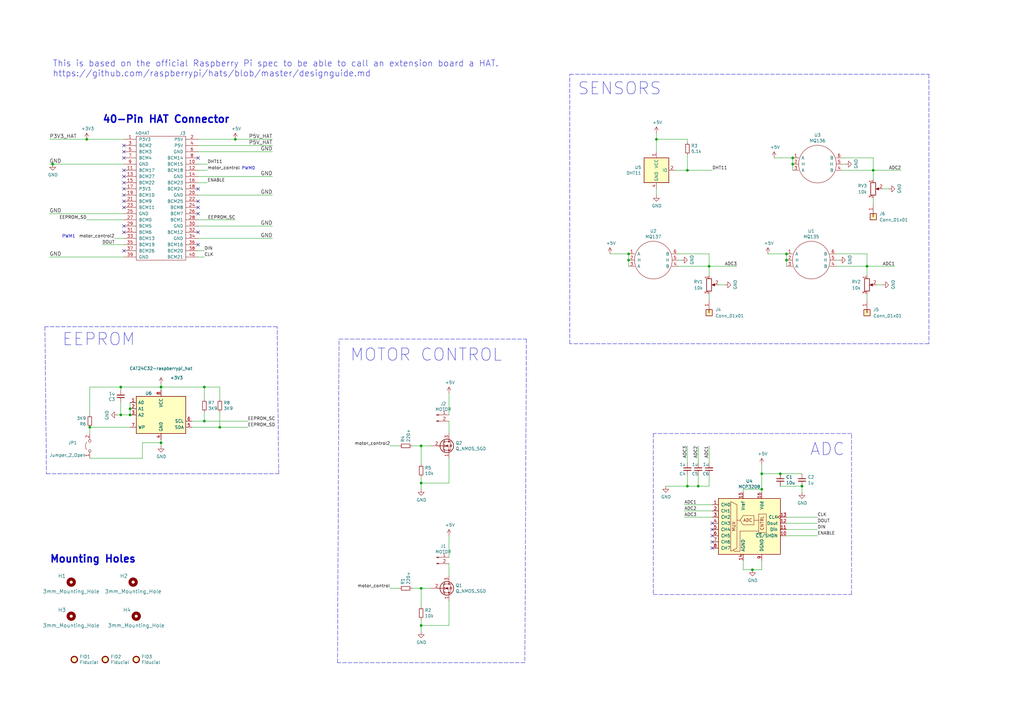
<source format=kicad_sch>
(kicad_sch (version 20211123) (generator eeschema)
  (paper "A3")
  (title_block (title "Raspberry Pi HAT for MG135 136 137") (date "2022-05-06") (rev "1") (company "BEIA"))
  (lib_symbols
    (symbol "Analog_ADC:MCP3208" (pin_names (offset 1.016))
      (property "Reference" "U" (at -5.08 13.335 0))
      (property "Value" "MCP3208" (at -5.08 11.43 0))
      (symbol "MCP3208_0_0"
        (text "ADC" (at -0.635 1.27 0) (effects (font (size 1.27 1.27))))
        (text "CNTRL" (at 5.969 -2.921 900) (effects (font (size 1.27 1.27)) (justify left bottom)))
        (text "MUX" (at -6.35 -1.27 900) (effects (font (size 1.27 1.27))))
      )
      (symbol "MCP3208_0_1"
        (polyline (pts (xy -3.81 1.27) (xy -5.08 1.27)))
        (polyline (pts (xy 1.905 1.27) (xy 3.81 1.27)))
        (polyline (pts (xy -7.62 8.89) (xy -7.62 -11.43) (xy -5.08 -10.16) (xy -5.08 7.62) (xy -7.62 8.89)))
        (polyline (pts (xy 3.81 -3.175) (xy -3.81 -3.175) (xy -3.81 -11.43) (xy -6.35 -11.43) (xy -6.35 -10.795)))
        (polyline (pts (xy 1.905 3.175) (xy 1.905 -0.635) (xy -2.54 -0.635) (xy -3.81 1.27) (xy -2.54 3.175) (xy 1.905 3.175)))
        (rectangle (start 3.81 -3.81) (end 6.985 3.81))
        (rectangle (start 12.7 -12.7) (end -12.7 10.16) (stroke (width 0.254)) (fill (type background)))
      )
      (symbol "MCP3208_1_1"
        (pin input line (at -15.24 7.62 0) (length 2.54) (name "CH0") (number "1"))
        (pin input line (at 15.24 -5.08 180) (length 2.54) (name "~{CS}/SHDN") (number "10"))
        (pin input line (at 15.24 -2.54 180) (length 2.54) (name "Din") (number "11"))
        (pin output line (at 15.24 0 180) (length 2.54) (name "Dout") (number "12"))
        (pin input clock (at 15.24 2.54 180) (length 2.54) (name "CLK") (number "13"))
        (pin power_in line (at -2.54 -15.24 90) (length 2.54) (name "AGND") (number "14"))
        (pin power_in line (at -2.54 12.7 270) (length 2.54) (name "Vref") (number "15"))
        (pin power_in line (at 5.08 12.7 270) (length 2.54) (name "Vdd") (number "16"))
        (pin input line (at -15.24 5.08 0) (length 2.54) (name "CH1") (number "2"))
        (pin input line (at -15.24 2.54 0) (length 2.54) (name "CH2") (number "3"))
        (pin input line (at -15.24 0 0) (length 2.54) (name "CH3") (number "4"))
        (pin input line (at -15.24 -2.54 0) (length 2.54) (name "CH4") (number "5"))
        (pin input line (at -15.24 -5.08 0) (length 2.54) (name "CH5") (number "6"))
        (pin input line (at -15.24 -7.62 0) (length 2.54) (name "CH6") (number "7"))
        (pin input line (at -15.24 -10.16 0) (length 2.54) (name "CH7") (number "8"))
        (pin power_in line (at 5.08 -15.24 90) (length 2.54) (name "DGND") (number "9"))
      )
    )
    (symbol "BEIA:MQ135" (pin_names (offset 1.016))
      (property "Reference" "U" (at -1.27 -5.08 0))
      (property "Value" "MQ135" (at 0 5.08 0))
      (symbol "MQ135_0_1"
        (circle (center 0 0) (radius 7.7216))
      )
      (symbol "MQ135_1_1"
        (pin input line (at -10.16 2.54 0) (length 2.54) (name "A") (number "1"))
        (pin input line (at -10.16 0 0) (length 2.54) (name "H") (number "2"))
        (pin input line (at -10.16 -2.54 0) (length 2.54) (name "A") (number "3"))
        (pin input line (at 10.16 -2.54 180) (length 2.54) (name "B") (number "4"))
        (pin input line (at 10.16 0 180) (length 2.54) (name "H") (number "5"))
        (pin input line (at 10.16 2.54 180) (length 2.54) (name "B") (number "6"))
      )
    )
    (symbol "Connector:Conn_01x02_Male" (pin_names (offset 1.016) hide)
      (property "Reference" "J" (at 0 2.54 0))
      (property "Value" "Conn_01x02_Male" (at 0 -5.08 0))
      (symbol "Conn_01x02_Male_1_1"
        (polyline (pts (xy 1.27 -2.54) (xy 0.8636 -2.54)) (stroke (width 0.1524)))
        (polyline (pts (xy 1.27 0) (xy 0.8636 0)) (stroke (width 0.1524)))
        (rectangle (start 0.8636 -2.413) (end 0 -2.667) (stroke (width 0.1524)) (fill (type outline)))
        (rectangle (start 0.8636 0.127) (end 0 -0.127) (stroke (width 0.1524)) (fill (type outline)))
        (pin passive line (at 5.08 0 180) (length 3.81) (name "Pin_1") (number "1"))
        (pin passive line (at 5.08 -2.54 180) (length 3.81) (name "Pin_2") (number "2"))
      )
    )
    (symbol "Connector_Generic:Conn_01x01" (pin_names (offset 1.016) hide)
      (property "Reference" "J" (at 0 2.54 0))
      (property "Value" "Conn_01x01" (at 0 -2.54 0))
      (symbol "Conn_01x01_1_1"
        (rectangle (start -1.27 0.127) (end 0 -0.127) (stroke (width 0.1524)))
        (rectangle (start -1.27 1.27) (end 1.27 -1.27) (stroke (width 0.254)) (fill (type background)))
        (pin passive line (at -5.08 0 0) (length 3.81) (name "Pin_1") (number "1"))
      )
    )
    (symbol "Device:C_Small" (pin_numbers hide) (pin_names (offset 0.254) hide)
      (property "Reference" "C" (at 0.254 1.778 0))
      (property "Value" "C_Small" (at 0.254 -2.032 0))
      (symbol "C_Small_0_1"
        (polyline (pts (xy -1.524 -0.508) (xy 1.524 -0.508)) (stroke (width 0.3302)))
        (polyline (pts (xy -1.524 0.508) (xy 1.524 0.508)) (stroke (width 0.3048)))
      )
      (symbol "C_Small_1_1"
        (pin passive line (at 0 2.54 270) (length 2.032) (name "~") (number "1"))
        (pin passive line (at 0 -2.54 90) (length 2.032) (name "~") (number "2"))
      )
    )
    (symbol "Device:Q_NMOS_SGD" (pin_names (offset 0) hide)
      (property "Reference" "Q" (at 5.08 1.27 0))
      (property "Value" "Q_NMOS_SGD" (at 5.08 -1.27 0))
      (symbol "Q_NMOS_SGD_0_1"
        (polyline (pts (xy 0.254 0) (xy -2.54 0)))
        (polyline (pts (xy 0.254 1.905) (xy 0.254 -1.905)) (stroke (width 0.254)))
        (polyline (pts (xy 0.762 -1.27) (xy 0.762 -2.286)) (stroke (width 0.254)))
        (polyline (pts (xy 0.762 0.508) (xy 0.762 -0.508)) (stroke (width 0.254)))
        (polyline (pts (xy 0.762 2.286) (xy 0.762 1.27)) (stroke (width 0.254)))
        (polyline (pts (xy 2.54 2.54) (xy 2.54 1.778)))
        (polyline (pts (xy 2.54 -2.54) (xy 2.54 0) (xy 0.762 0)))
        (polyline (pts (xy 0.762 -1.778) (xy 3.302 -1.778) (xy 3.302 1.778) (xy 0.762 1.778)))
        (polyline (pts (xy 1.016 0) (xy 2.032 0.381) (xy 2.032 -0.381) (xy 1.016 0)) (fill (type outline)))
        (polyline (pts (xy 2.794 0.508) (xy 2.921 0.381) (xy 3.683 0.381) (xy 3.81 0.254)))
        (polyline (pts (xy 3.302 0.381) (xy 2.921 -0.254) (xy 3.683 -0.254) (xy 3.302 0.381)))
        (circle (center 1.651 0) (radius 2.794) (stroke (width 0.254)))
        (circle (center 2.54 -1.778) (radius 0.254) (fill (type outline)))
        (circle (center 2.54 1.778) (radius 0.254) (fill (type outline)))
      )
      (symbol "Q_NMOS_SGD_1_1"
        (pin passive line (at 2.54 -5.08 90) (length 2.54) (name "S") (number "1"))
        (pin input line (at -5.08 0 0) (length 5.08) (name "G") (number "2"))
        (pin passive line (at 2.54 5.08 270) (length 2.54) (name "D") (number "3"))
      )
    )
    (symbol "Device:R_Potentiometer" (pin_names (offset 1.016) hide)
      (property "Reference" "RV" (at -4.445 0 90))
      (property "Value" "R_Potentiometer" (at -2.54 0 90))
      (symbol "R_Potentiometer_0_1"
        (polyline (pts (xy 2.54 0) (xy 1.524 0)))
        (polyline (pts (xy 1.143 0) (xy 2.286 0.508) (xy 2.286 -0.508) (xy 1.143 0)) (fill (type outline)))
        (rectangle (start 1.016 2.54) (end -1.016 -2.54) (stroke (width 0.254)))
      )
      (symbol "R_Potentiometer_1_1"
        (pin passive line (at 0 3.81 270) (length 1.27) (name "1") (number "1"))
        (pin passive line (at 3.81 0 180) (length 1.27) (name "2") (number "2"))
        (pin passive line (at 0 -3.81 90) (length 1.27) (name "3") (number "3"))
      )
    )
    (symbol "Device:R_Small" (pin_numbers hide) (pin_names (offset 0.254) hide)
      (property "Reference" "R" (at 0.762 0.508 0))
      (property "Value" "R_Small" (at 0.762 -1.016 0))
      (symbol "R_Small_0_1"
        (rectangle (start -0.762 1.778) (end 0.762 -1.778) (stroke (width 0.2032)))
      )
      (symbol "R_Small_1_1"
        (pin passive line (at 0 2.54 270) (length 0.762) (name "~") (number "1"))
        (pin passive line (at 0 -2.54 90) (length 0.762) (name "~") (number "2"))
      )
    )
    (symbol "Jumper:Jumper_2_Open" (pin_names (offset 0) hide)
      (property "Reference" "JP" (at 0 2.794 0))
      (property "Value" "Jumper_2_Open" (at 0 -2.286 0))
      (symbol "Jumper_2_Open_0_0"
        (circle (center -2.032 0) (radius 0.508))
        (circle (center 2.032 0) (radius 0.508))
      )
      (symbol "Jumper_2_Open_0_1"
        (arc (start 1.524 1.27) (mid 0 1.778) (end -1.524 1.27))
      )
      (symbol "Jumper_2_Open_1_1"
        (pin passive line (at -5.08 0 0) (length 2.54) (name "A") (number "1"))
        (pin passive line (at 5.08 0 180) (length 2.54) (name "B") (number "2"))
      )
    )
    (symbol "Mechanical:Fiducial"
      (property "Reference" "FID" (at 0 5.08 0))
      (property "Value" "Fiducial" (at 0 3.175 0))
      (symbol "Fiducial_0_1"
        (circle (center 0 0) (radius 1.27) (stroke (width 0.508)) (fill (type background)))
      )
    )
    (symbol "RPI_HAT_sensors-rescue:CAT24C32-raspberrypi_hat" (pin_names (offset 0.762))
      (property "Reference" "U" (at -8.89 8.89 0))
      (property "Value" "CAT24C32-raspberrypi_hat" (at 6.35 8.89 0))
      (symbol "CAT24C32-raspberrypi_hat_0_0"
        (pin power_in line (at 0 -10.16 90) (length 2.54) (name "GND") (number "4"))
        (pin power_in line (at 0 10.16 270) (length 2.54) (name "VCC") (number "8"))
      )
      (symbol "CAT24C32-raspberrypi_hat_1_1"
        (rectangle (start -10.16 -7.62) (end 10.16 7.62) (stroke (width 0.254)) (fill (type background)))
        (pin input line (at -12.7 5.08 0) (length 2.54) (name "A0") (number "1"))
        (pin input line (at -12.7 2.54 0) (length 2.54) (name "A1") (number "2"))
        (pin input line (at -12.7 0 0) (length 2.54) (name "A2") (number "3"))
        (pin bidirectional line (at 12.7 -5.08 180) (length 2.54) (name "SDA") (number "5"))
        (pin input line (at 12.7 -2.54 180) (length 2.54) (name "SCL") (number "6"))
        (pin input line (at -12.7 -5.08 0) (length 2.54) (name "WP") (number "7"))
      )
    )
    (symbol "RPI_HAT_sensors-rescue:Mounting_Hole-Mechanical" (pin_names (offset 1.016))
      (property "Reference" "MK" (at 0 5.08 0))
      (property "Value" "Mounting_Hole-Mechanical" (at 0 3.175 0))
      (symbol "Mounting_Hole-Mechanical_0_1"
        (circle (center 0 0) (radius 1.27) (stroke (width 1.27)))
      )
    )
    (symbol "RPI_HAT_sensors-rescue:OX40HAT-raspberrypi_hat" (pin_names (offset 1.016))
      (property "Reference" "J" (at 8.89 2.54 0))
      (property "Value" "OX40HAT-raspberrypi_hat" (at -7.62 2.54 0))
      (symbol "OX40HAT-raspberrypi_hat_0_1"
        (rectangle (start -10.16 1.27) (end 10.16 -49.53))
      )
      (symbol "OX40HAT-raspberrypi_hat_1_1"
        (pin bidirectional line (at -15.24 0 0) (length 5.08) (name "P3V3") (number "1"))
        (pin bidirectional line (at 15.24 -10.16 180) (length 5.08) (name "BCM15") (number "10"))
        (pin bidirectional line (at -15.24 -12.7 0) (length 5.08) (name "BCM17") (number "11"))
        (pin bidirectional line (at 15.24 -12.7 180) (length 5.08) (name "BCM18") (number "12"))
        (pin bidirectional line (at -15.24 -15.24 0) (length 5.08) (name "BCM27") (number "13"))
        (pin bidirectional line (at 15.24 -15.24 180) (length 5.08) (name "GND") (number "14"))
        (pin bidirectional line (at -15.24 -17.78 0) (length 5.08) (name "BCM22") (number "15"))
        (pin bidirectional line (at 15.24 -17.78 180) (length 5.08) (name "BCM23") (number "16"))
        (pin bidirectional line (at -15.24 -20.32 0) (length 5.08) (name "P3V3") (number "17"))
        (pin bidirectional line (at 15.24 -20.32 180) (length 5.08) (name "BCM24") (number "18"))
        (pin bidirectional line (at -15.24 -22.86 0) (length 5.08) (name "BCM10") (number "19"))
        (pin bidirectional line (at 15.24 0 180) (length 5.08) (name "P5V") (number "2"))
        (pin bidirectional line (at 15.24 -22.86 180) (length 5.08) (name "GND") (number "20"))
        (pin bidirectional line (at -15.24 -25.4 0) (length 5.08) (name "BCM9") (number "21"))
        (pin bidirectional line (at 15.24 -25.4 180) (length 5.08) (name "BCM25") (number "22"))
        (pin bidirectional line (at -15.24 -27.94 0) (length 5.08) (name "BCM11") (number "23"))
        (pin bidirectional line (at 15.24 -27.94 180) (length 5.08) (name "BCM8") (number "24"))
        (pin bidirectional line (at -15.24 -30.48 0) (length 5.08) (name "GND") (number "25"))
        (pin bidirectional line (at 15.24 -30.48 180) (length 5.08) (name "BCM7") (number "26"))
        (pin bidirectional line (at -15.24 -33.02 0) (length 5.08) (name "BCM0") (number "27"))
        (pin bidirectional line (at 15.24 -33.02 180) (length 5.08) (name "BCM1") (number "28"))
        (pin bidirectional line (at -15.24 -35.56 0) (length 5.08) (name "BCM5") (number "29"))
        (pin bidirectional line (at -15.24 -2.54 0) (length 5.08) (name "BCM2") (number "3"))
        (pin bidirectional line (at 15.24 -35.56 180) (length 5.08) (name "GND") (number "30"))
        (pin bidirectional line (at -15.24 -38.1 0) (length 5.08) (name "BCM6") (number "31"))
        (pin bidirectional line (at 15.24 -38.1 180) (length 5.08) (name "BCM12") (number "32"))
        (pin bidirectional line (at -15.24 -40.64 0) (length 5.08) (name "BCM13") (number "33"))
        (pin bidirectional line (at 15.24 -40.64 180) (length 5.08) (name "GND") (number "34"))
        (pin bidirectional line (at -15.24 -43.18 0) (length 5.08) (name "BCM19") (number "35"))
        (pin bidirectional line (at 15.24 -43.18 180) (length 5.08) (name "BCM16") (number "36"))
        (pin bidirectional line (at -15.24 -45.72 0) (length 5.08) (name "BCM26") (number "37"))
        (pin bidirectional line (at 15.24 -45.72 180) (length 5.08) (name "BCM20") (number "38"))
        (pin bidirectional line (at -15.24 -48.26 0) (length 5.08) (name "GND") (number "39"))
        (pin bidirectional line (at 15.24 -2.54 180) (length 5.08) (name "P5V") (number "4"))
        (pin bidirectional line (at 15.24 -48.26 180) (length 5.08) (name "BCM21") (number "40"))
        (pin bidirectional line (at -15.24 -5.08 0) (length 5.08) (name "BCM3") (number "5"))
        (pin bidirectional line (at 15.24 -5.08 180) (length 5.08) (name "GND") (number "6"))
        (pin bidirectional line (at -15.24 -7.62 0) (length 5.08) (name "BCM4") (number "7"))
        (pin bidirectional line (at 15.24 -7.62 180) (length 5.08) (name "BCM14") (number "8"))
        (pin bidirectional line (at -15.24 -10.16 0) (length 5.08) (name "GND") (number "9"))
      )
    )
    (symbol "Sensor:DHT11"
      (property "Reference" "U" (at -3.81 6.35 0))
      (property "Value" "DHT11" (at 3.81 6.35 0))
      (symbol "DHT11_0_1"
        (rectangle (start -5.08 5.08) (end 5.08 -5.08) (stroke (width 0.254)) (fill (type background)))
      )
      (symbol "DHT11_1_1"
        (pin power_in line (at 0 7.62 270) (length 2.54) (name "VCC") (number "1"))
        (pin bidirectional line (at 7.62 0 180) (length 2.54) (name "IO") (number "2"))
        (pin no_connect line (at -5.08 0 0) (length 2.54) hide (name "NC") (number "3"))
        (pin power_in line (at 0 -7.62 90) (length 2.54) (name "GND") (number "4"))
      )
    )
    (symbol "power:+3.3V" (power) (pin_names (offset 0))
      (property "Value" "+3.3V" (at 0 3.556 0))
      (symbol "+3.3V_0_1"
        (polyline (pts (xy -0.762 1.27) (xy 0 2.54)))
        (polyline (pts (xy 0 0) (xy 0 2.54)))
        (polyline (pts (xy 0 2.54) (xy 0.762 1.27)))
      )
      (symbol "+3.3V_1_1"
        (pin power_in line (at 0 0 90) (length 0) hide (name "+3V3") (number "1"))
      )
    )
    (symbol "power:+5V" (power) (pin_names (offset 0))
      (property "Value" "+5V" (at 0 3.556 0))
      (symbol "+5V_0_1"
        (polyline (pts (xy -0.762 1.27) (xy 0 2.54)))
        (polyline (pts (xy 0 0) (xy 0 2.54)))
        (polyline (pts (xy 0 2.54) (xy 0.762 1.27)))
      )
      (symbol "+5V_1_1"
        (pin power_in line (at 0 0 90) (length 0) hide (name "+5V") (number "1"))
      )
    )
    (symbol "power:GND" (power) (pin_names (offset 0))
      (property "Value" "GND" (at 0 -3.81 0))
      (symbol "GND_0_1"
        (polyline (pts (xy 0 0) (xy 0 -1.27) (xy 1.27 -1.27) (xy 0 -2.54) (xy -1.27 -1.27) (xy 0 -1.27)))
      )
      (symbol "GND_1_1"
        (pin power_in line (at 0 0 270) (length 0) hide (name "GND") (number "1"))
      )
    )
  )
  (junction (at 320.04 194.31))
  (junction (at 269.24 57.15))
  (junction (at 257.81 104.14))
  (junction (at 281.94 199.39))
  (junction (at 53.34 170.18))
  (junction (at 328.93 199.39))
  (junction (at 325.12 67.31))
  (junction (at 49.53 158.75))
  (junction (at 257.81 106.68))
  (junction (at 83.82 158.75))
  (junction (at 172.72 198.12))
  (junction (at 36.83 175.26))
  (junction (at 312.42 200.66))
  (junction (at 286.385 199.39))
  (junction (at 308.61 233.68))
  (junction (at 172.72 182.88))
  (junction (at 49.53 170.18))
  (junction (at 35.56 57.15))
  (junction (at 21.59 67.31))
  (junction (at 172.72 241.3))
  (junction (at 355.6 109.22))
  (junction (at 358.14 69.85))
  (junction (at 96.52 57.15))
  (junction (at 290.83 109.22))
  (junction (at 66.04 181.61))
  (junction (at 83.82 172.72))
  (junction (at 322.58 104.14))
  (junction (at 281.94 69.85))
  (junction (at 322.58 106.68))
  (junction (at 90.17 175.26))
  (junction (at 66.04 158.75))
  (junction (at 172.72 256.54))
  (junction (at 325.12 64.77))
  (junction (at 53.34 167.64))
  (junction (at 312.42 194.31))
  (no_connect (at 50.8 95.25))
  (no_connect (at 50.8 64.77))
  (no_connect (at 50.8 102.87))
  (no_connect (at 81.28 95.25))
  (no_connect (at 50.8 72.39))
  (no_connect (at 50.8 69.85))
  (no_connect (at 50.8 80.01))
  (no_connect (at 50.8 74.93))
  (no_connect (at 50.8 85.09))
  (no_connect (at 81.28 64.77))
  (no_connect (at 292.1 219.71))
  (no_connect (at 81.28 82.55))
  (no_connect (at 81.28 77.47))
  (no_connect (at 81.28 85.09))
  (no_connect (at 50.8 59.69))
  (no_connect (at 50.8 82.55))
  (no_connect (at 81.28 87.63))
  (no_connect (at 50.8 77.47))
  (no_connect (at 292.1 224.79))
  (no_connect (at 81.28 100.33))
  (no_connect (at 292.1 214.63))
  (no_connect (at 50.8 92.71))
  (no_connect (at 292.1 217.17))
  (no_connect (at 292.1 222.25))
  (no_connect (at 50.8 62.23))
  (wire (pts (xy 172.72 241.3) (xy 176.53 241.3)))
  (polyline (pts (xy 138.43 271.78) (xy 139.065 139.065)))
  (wire (pts (xy 50.8 67.31) (xy 21.59 67.31)))
  (wire (pts (xy 21.59 67.31) (xy 20.32 67.31)))
  (wire (pts (xy 172.72 198.12) (xy 172.72 195.58)))
  (wire (pts (xy 358.14 69.85) (xy 358.14 73.66)))
  (wire (pts (xy 281.94 69.85) (xy 292.1 69.85)))
  (wire (pts (xy 250.19 104.14) (xy 257.81 104.14)))
  (wire (pts (xy 66.04 158.75) (xy 83.82 158.75)))
  (wire (pts (xy 269.24 77.47) (xy 269.24 80.01)))
  (wire (pts (xy 81.28 59.69) (xy 111.76 59.69)))
  (wire (pts (xy 172.72 182.88) (xy 176.53 182.88)))
  (wire (pts (xy 290.83 109.22) (xy 278.13 109.22)))
  (wire (pts (xy 81.28 74.93) (xy 85.09 74.93)))
  (wire (pts (xy 292.1 212.09) (xy 280.67 212.09)))
  (polyline (pts (xy 233.68 140.97) (xy 233.68 30.48)))
  (wire (pts (xy 281.94 194.945) (xy 281.94 199.39)))
  (wire (pts (xy 81.28 62.23) (xy 111.76 62.23)))
  (wire (pts (xy 81.28 72.39) (xy 111.76 72.39)))
  (wire (pts (xy 90.17 175.26) (xy 101.6 175.26)))
  (polyline (pts (xy 113.665 133.985) (xy 18.415 133.985)))
  (wire (pts (xy 49.53 165.1) (xy 49.53 170.18)))
  (wire (pts (xy 81.28 92.71) (xy 111.76 92.71)))
  (wire (pts (xy 294.64 116.84) (xy 297.18 116.84)))
  (wire (pts (xy 314.96 104.14) (xy 322.58 104.14)))
  (wire (pts (xy 172.72 200.66) (xy 172.72 198.12)))
  (wire (pts (xy 53.34 167.64) (xy 53.34 170.18)))
  (wire (pts (xy 355.6 109.22) (xy 342.9 109.22)))
  (wire (pts (xy 58.42 181.61) (xy 66.04 181.61)))
  (wire (pts (xy 290.83 104.14) (xy 290.83 109.22)))
  (wire (pts (xy 184.15 256.54) (xy 184.15 246.38)))
  (polyline (pts (xy 19.05 194.31) (xy 114.3 194.31)))
  (wire (pts (xy 78.74 172.72) (xy 83.82 172.72)))
  (wire (pts (xy 312.42 194.31) (xy 320.04 194.31)))
  (wire (pts (xy 66.04 181.61) (xy 66.04 182.88)))
  (wire (pts (xy 172.72 248.92) (xy 172.72 241.3)))
  (wire (pts (xy 345.44 64.77) (xy 358.14 64.77)))
  (wire (pts (xy 81.28 80.01) (xy 111.76 80.01)))
  (wire (pts (xy 81.28 97.79) (xy 111.76 97.79)))
  (wire (pts (xy 81.28 57.15) (xy 96.52 57.15)))
  (wire (pts (xy 35.56 57.15) (xy 20.32 57.15)))
  (wire (pts (xy 281.94 69.85) (xy 276.86 69.85)))
  (wire (pts (xy 358.14 64.77) (xy 358.14 69.85)))
  (wire (pts (xy 66.04 157.48) (xy 66.04 158.75)))
  (wire (pts (xy 281.94 189.865) (xy 281.94 182.88)))
  (wire (pts (xy 361.95 77.47) (xy 364.49 77.47)))
  (wire (pts (xy 281.94 199.39) (xy 286.385 199.39)))
  (polyline (pts (xy 381 140.97) (xy 233.68 140.97)))
  (wire (pts (xy 304.8 200.66) (xy 312.42 200.66)))
  (wire (pts (xy 48.26 170.18) (xy 49.53 170.18)))
  (wire (pts (xy 85.09 69.85) (xy 81.28 69.85)))
  (wire (pts (xy 81.28 90.17) (xy 96.52 90.17)))
  (wire (pts (xy 304.8 200.66) (xy 304.8 201.93)))
  (polyline (pts (xy 267.97 177.8) (xy 267.97 243.84)))
  (wire (pts (xy 286.385 194.945) (xy 286.385 199.39)))
  (wire (pts (xy 36.83 158.75) (xy 36.83 170.18)))
  (wire (pts (xy 325.12 67.31) (xy 325.12 69.85)))
  (wire (pts (xy 328.93 199.39) (xy 328.93 201.93)))
  (wire (pts (xy 184.15 228.6) (xy 184.15 219.71)))
  (polyline (pts (xy 267.97 243.84) (xy 349.25 243.84)))
  (wire (pts (xy 50.8 105.41) (xy 20.32 105.41)))
  (wire (pts (xy 358.14 69.85) (xy 345.44 69.85)))
  (wire (pts (xy 355.6 109.22) (xy 367.03 109.22)))
  (wire (pts (xy 81.28 102.87) (xy 83.82 102.87)))
  (wire (pts (xy 50.8 57.15) (xy 35.56 57.15)))
  (wire (pts (xy 290.83 109.22) (xy 290.83 113.03)))
  (wire (pts (xy 312.42 194.31) (xy 312.42 190.5)))
  (wire (pts (xy 46.99 97.79) (xy 50.8 97.79)))
  (wire (pts (xy 278.13 106.68) (xy 279.4 106.68)))
  (wire (pts (xy 36.83 175.26) (xy 36.83 177.8)))
  (wire (pts (xy 172.72 256.54) (xy 172.72 254)))
  (wire (pts (xy 36.83 187.96) (xy 58.42 187.96)))
  (wire (pts (xy 322.58 217.17) (xy 335.28 217.17)))
  (wire (pts (xy 172.72 198.12) (xy 184.15 198.12)))
  (polyline (pts (xy 215.265 271.78) (xy 138.43 271.78)))
  (wire (pts (xy 184.15 236.22) (xy 184.15 231.14)))
  (polyline (pts (xy 139.065 139.065) (xy 215.9 139.065)))
  (polyline (pts (xy 18.415 133.985) (xy 19.05 194.31)))
  (wire (pts (xy 369.57 69.85) (xy 358.14 69.85)))
  (wire (pts (xy 355.6 109.22) (xy 355.6 113.03)))
  (wire (pts (xy 322.58 106.68) (xy 322.58 104.14)))
  (wire (pts (xy 278.13 104.14) (xy 290.83 104.14)))
  (wire (pts (xy 280.67 209.55) (xy 292.1 209.55)))
  (wire (pts (xy 172.72 259.08) (xy 172.72 256.54)))
  (wire (pts (xy 90.17 168.91) (xy 90.17 175.26)))
  (wire (pts (xy 335.28 214.63) (xy 322.58 214.63)))
  (wire (pts (xy 342.9 106.68) (xy 344.17 106.68)))
  (polyline (pts (xy 381 30.48) (xy 381 140.97)))
  (wire (pts (xy 50.8 87.63) (xy 20.32 87.63)))
  (wire (pts (xy 184.15 198.12) (xy 184.15 187.96)))
  (wire (pts (xy 304.8 233.68) (xy 304.8 229.87)))
  (wire (pts (xy 49.53 158.75) (xy 49.53 160.02)))
  (wire (pts (xy 53.34 165.1) (xy 53.34 167.64)))
  (wire (pts (xy 36.83 175.26) (xy 53.34 175.26)))
  (wire (pts (xy 168.91 182.88) (xy 172.72 182.88)))
  (wire (pts (xy 312.42 233.68) (xy 308.61 233.68)))
  (wire (pts (xy 320.04 199.39) (xy 328.93 199.39)))
  (polyline (pts (xy 233.68 30.48) (xy 381 30.48)))
  (wire (pts (xy 322.58 212.09) (xy 335.28 212.09)))
  (wire (pts (xy 290.83 194.945) (xy 290.83 199.39)))
  (wire (pts (xy 322.58 109.22) (xy 322.58 106.68)))
  (wire (pts (xy 302.26 109.22) (xy 290.83 109.22)))
  (wire (pts (xy 317.5 64.77) (xy 325.12 64.77)))
  (wire (pts (xy 325.12 67.31) (xy 325.12 64.77)))
  (wire (pts (xy 322.58 219.71) (xy 335.28 219.71)))
  (wire (pts (xy 257.81 109.22) (xy 257.81 106.68)))
  (wire (pts (xy 41.91 100.33) (xy 50.8 100.33)))
  (wire (pts (xy 281.94 57.15) (xy 281.94 58.42)))
  (wire (pts (xy 312.42 229.87) (xy 312.42 233.68)))
  (wire (pts (xy 281.94 63.5) (xy 281.94 69.85)))
  (polyline (pts (xy 114.3 194.31) (xy 113.665 133.985)))
  (wire (pts (xy 184.15 170.18) (xy 184.15 161.29)))
  (polyline (pts (xy 349.25 243.84) (xy 349.25 177.8)))
  (wire (pts (xy 35.56 90.17) (xy 50.8 90.17)))
  (wire (pts (xy 269.24 57.15) (xy 269.24 54.61)))
  (wire (pts (xy 83.82 158.75) (xy 83.82 163.83)))
  (wire (pts (xy 160.02 241.3) (xy 163.83 241.3)))
  (wire (pts (xy 168.91 241.3) (xy 172.72 241.3)))
  (wire (pts (xy 290.83 182.88) (xy 290.83 189.865)))
  (wire (pts (xy 96.52 57.15) (xy 111.76 57.15)))
  (wire (pts (xy 66.04 158.75) (xy 49.53 158.75)))
  (wire (pts (xy 280.67 207.01) (xy 292.1 207.01)))
  (wire (pts (xy 269.24 62.23) (xy 269.24 57.15)))
  (wire (pts (xy 184.15 177.8) (xy 184.15 172.72)))
  (wire (pts (xy 312.42 200.66) (xy 312.42 201.93)))
  (wire (pts (xy 83.82 168.91) (xy 83.82 172.72)))
  (wire (pts (xy 172.72 256.54) (xy 184.15 256.54)))
  (wire (pts (xy 342.9 104.14) (xy 355.6 104.14)))
  (wire (pts (xy 355.6 104.14) (xy 355.6 109.22)))
  (wire (pts (xy 81.28 67.31) (xy 85.09 67.31)))
  (wire (pts (xy 83.82 158.75) (xy 90.17 158.75)))
  (wire (pts (xy 308.61 233.68) (xy 304.8 233.68)))
  (wire (pts (xy 345.44 67.31) (xy 346.71 67.31)))
  (wire (pts (xy 286.385 182.88) (xy 286.385 189.865)))
  (wire (pts (xy 320.04 194.31) (xy 328.93 194.31)))
  (wire (pts (xy 286.385 199.39) (xy 290.83 199.39)))
  (wire (pts (xy 66.04 180.34) (xy 66.04 181.61)))
  (wire (pts (xy 290.83 120.65) (xy 290.83 123.19)))
  (wire (pts (xy 312.42 194.31) (xy 312.42 200.66)))
  (wire (pts (xy 160.02 182.88) (xy 163.83 182.88)))
  (wire (pts (xy 90.17 158.75) (xy 90.17 163.83)))
  (wire (pts (xy 58.42 187.96) (xy 58.42 181.61)))
  (polyline (pts (xy 349.25 177.8) (xy 267.97 177.8)))
  (wire (pts (xy 358.14 81.28) (xy 358.14 83.82)))
  (wire (pts (xy 49.53 170.18) (xy 53.34 170.18)))
  (polyline (pts (xy 215.9 139.065) (xy 215.265 271.78)))
  (wire (pts (xy 81.28 105.41) (xy 83.82 105.41)))
  (wire (pts (xy 359.41 116.84) (xy 361.95 116.84)))
  (wire (pts (xy 273.05 199.39) (xy 281.94 199.39)))
  (wire (pts (xy 66.04 158.75) (xy 66.04 160.02)))
  (wire (pts (xy 269.24 57.15) (xy 281.94 57.15)))
  (wire (pts (xy 355.6 120.65) (xy 355.6 123.19)))
  (wire (pts (xy 49.53 158.75) (xy 36.83 158.75)))
  (wire (pts (xy 78.74 175.26) (xy 90.17 175.26)))
  (wire (pts (xy 83.82 172.72) (xy 101.6 172.72)))
  (wire (pts (xy 172.72 190.5) (xy 172.72 182.88)))
  (wire (pts (xy 257.81 106.68) (xy 257.81 104.14)))
  (text "40-Pin HAT Connector" (at 41.91 50.8 0) (effects (font (size 2.9972 2.9972) (thickness 0.5994) bold) (justify left bottom)))
  (text "EEPROM" (at 25.4 142.24 0) (effects (font (size 5 5)) (justify left bottom)))
  (text "This is based on the official Raspberry Pi spec to be able to call an extension board a HAT.\nhttps://github.com/raspberrypi/hats/blob/master/designguide.md" (at 21.59 31.75 0) (effects (font (size 2.54 2.54)) (justify left bottom)))
  (text "PWM0" (at 99.06 69.85 0) (effects (font (size 1.27 1.27)) (justify left bottom)))
  (text "PWM1" (at 25.4 97.79 0) (effects (font (size 1.27 1.27)) (justify left bottom)))
  (text "ADC" (at 332.105 187.325 0) (effects (font (size 5 5)) (justify left bottom)))
  (text "Mounting Holes" (at 20.32 231.14 0) (effects (font (size 2.9972 2.9972) (thickness 0.5994) bold) (justify left bottom)))
  (text "MOTOR CONTROL" (at 143.51 148.59 0) (effects (font (size 5 5)) (justify left bottom)))
  (text "SENSORS" (at 236.855 39.37 0) (effects (font (size 5 5)) (justify left bottom)))
  (label "DOUT" (at 335.28 214.63 0))
  (label "EEPROM_SD" (at 35.56 90.17 180))
  (label "CLK" (at 83.82 105.41 0))
  (label "ADC2" (at 369.57 69.85 180))
  (label "motor_control" (at 85.09 69.85 0))
  (label "GND" (at 20.32 87.63 0) (effects (font (size 1.524 1.524))))
  (label "GND" (at 111.76 97.79 180) (effects (font (size 1.524 1.524))))
  (label "ADC1" (at 280.67 207.01 0))
  (label "motor_control2" (at 160.02 182.88 180))
  (label "CLK" (at 335.28 212.09 0))
  (label "ADC2" (at 286.385 182.88 270))
  (label "EEPROM_SD" (at 101.6 175.26 0))
  (label "ADC3" (at 280.67 212.09 0))
  (label "ADC3" (at 281.94 182.88 270))
  (label "GND" (at 111.76 80.01 180) (effects (font (size 1.524 1.524))))
  (label "motor_control2" (at 46.99 97.79 180))
  (label "GND" (at 111.76 72.39 180) (effects (font (size 1.524 1.524))))
  (label "ENABLE" (at 85.09 74.93 0))
  (label "P5V_HAT" (at 111.76 59.69 180) (effects (font (size 1.524 1.524))))
  (label "ENABLE" (at 335.28 219.71 0))
  (label "ADC1" (at 367.03 109.22 180))
  (label "DHT11" (at 292.1 69.85 0))
  (label "GND" (at 111.76 92.71 180) (effects (font (size 1.524 1.524))))
  (label "P5V_HAT" (at 111.76 57.15 180) (effects (font (size 1.524 1.524))))
  (label "DOUT" (at 41.91 100.33 0))
  (label "ADC1" (at 290.83 182.88 270))
  (label "motor_control" (at 160.02 241.3 180))
  (label "GND" (at 111.76 62.23 180) (effects (font (size 1.524 1.524))))
  (label "DIN" (at 83.82 102.87 0))
  (label "GND" (at 20.32 105.41 0) (effects (font (size 1.524 1.524))))
  (label "GND" (at 20.32 67.31 0) (effects (font (size 1.524 1.524))))
  (label "P3V3_HAT" (at 20.32 57.15 0) (effects (font (size 1.524 1.524))))
  (label "ADC3" (at 302.26 109.22 180))
  (label "EEPROM_SC" (at 96.52 90.17 180))
  (label "DIN" (at 335.28 217.17 0))
  (label "EEPROM_SC" (at 101.6 172.72 0))
  (label "DHT11" (at 85.09 67.31 0))
  (label "ADC2" (at 280.67 209.55 0))
  (symbol (lib_id "RPI_HAT_sensors-rescue:Mounting_Hole-Mechanical") (at 29.21 238.76 0) (unit 1)
    (property "Reference" "H1" (at 25.4 236.22 0) (effects (font (size 1.524 1.524))))
    (property "Value" "3mm_Mounting_Hole" (at 29.21 242.57 0) (effects (font (size 1.524 1.524))))
    (property "Footprint" "project_footprints:NPTH_3mm_ID" (effects hide))
  )
  (symbol (lib_id "RPI_HAT_sensors-rescue:Mounting_Hole-Mechanical") (at 54.61 238.76 0) (unit 1)
    (property "Reference" "H2" (at 50.8 236.22 0) (effects (font (size 1.524 1.524))))
    (property "Value" "3mm_Mounting_Hole" (at 54.61 242.57 0) (effects (font (size 1.524 1.524))))
    (property "Footprint" "project_footprints:NPTH_3mm_ID" (effects hide))
  )
  (symbol (lib_id "RPI_HAT_sensors-rescue:Mounting_Hole-Mechanical") (at 29.21 252.73 0) (unit 1)
    (property "Reference" "H3" (at 25.4 250.19 0) (effects (font (size 1.524 1.524))))
    (property "Value" "3mm_Mounting_Hole" (at 29.21 256.54 0) (effects (font (size 1.524 1.524))))
    (property "Footprint" "project_footprints:NPTH_3mm_ID" (effects hide))
  )
  (symbol (lib_id "RPI_HAT_sensors-rescue:Mounting_Hole-Mechanical") (at 55.88 252.73 0) (unit 1)
    (property "Reference" "H4" (at 52.07 250.19 0) (effects (font (size 1.524 1.524))))
    (property "Value" "3mm_Mounting_Hole" (at 55.88 256.54 0) (effects (font (size 1.524 1.524))))
    (property "Footprint" "project_footprints:NPTH_3mm_ID" (effects hide))
  )
  (symbol (lib_id "RPI_HAT_sensors-rescue:OX40HAT-raspberrypi_hat") (at 66.04 57.15 0) (unit 1)
    (property "Reference" "J3" (at 74.93 54.61 0))
    (property "Value" "40HAT" (at 58.42 54.61 0))
    (property "Footprint" "Connector_PinSocket_2.54mm:PinSocket_2x20_P2.54mm_Vertical" (effects hide))
  )
  (symbol (lib_id "BEIA:MQ135") (at 332.74 106.68 0) (unit 1)
    (property "Reference" "U1" (at 332.74 94.7674 0))
    (property "Value" "MQ135" (at 332.74 97.0788 0))
    (property "Footprint" "BEIA_sensors:MQ135" (effects hide))
  )
  (symbol (lib_id "power:+5V") (at 96.52 57.15 0) (unit 1)
    (property "Reference" "#PWR0101" (effects hide))
    (property "Value" "+5V" (at 96.901 52.7558 0))
  )
  (symbol (lib_id "power:+3.3V") (at 35.56 57.15 0) (unit 1)
    (property "Reference" "#PWR0102" (effects hide))
    (property "Value" "+3.3V" (at 35.941 52.7558 0))
  )
  (symbol (lib_id "power:GND") (at 21.59 67.31 0) (unit 1)
    (property "Reference" "#PWR0103" (effects hide))
    (property "Value" "GND" (at 21.717 71.7042 0))
  )
  (symbol (lib_id "BEIA:MQ135") (at 267.97 106.68 0) (unit 1)
    (property "Reference" "U2" (at 267.97 94.7674 0))
    (property "Value" "MQ137" (at 267.97 97.0788 0))
    (property "Footprint" "BEIA_sensors:MQ135" (effects hide))
  )
  (symbol (lib_id "BEIA:MQ135") (at 335.28 67.31 0) (unit 1)
    (property "Reference" "U3" (at 335.28 55.3974 0))
    (property "Value" "MQ136" (at 335.28 57.7088 0))
    (property "Footprint" "BEIA_sensors:MQ135" (effects hide))
  )
  (symbol (lib_id "power:GND") (at 172.72 259.08 0) (unit 1)
    (property "Reference" "#PWR0116" (effects hide))
    (property "Value" "GND" (at 172.847 263.4742 0))
  )
  (symbol (lib_id "power:+5V") (at 184.15 219.71 0) (unit 1)
    (property "Reference" "#PWR0117" (effects hide))
    (property "Value" "+5V" (at 184.531 215.3158 0))
  )
  (symbol (lib_id "Connector:Conn_01x02_Male") (at 179.07 228.6 0) (unit 1)
    (property "Reference" "J1" (at 181.8132 224.0026 0))
    (property "Value" "MOTOR" (at 181.8132 226.314 0))
    (property "Footprint" "Connector_PinHeader_2.54mm:PinHeader_1x02_P2.54mm_Vertical" (effects hide))
  )
  (symbol (lib_id "Analog_ADC:MCP3208") (at 307.34 214.63 0) (unit 1)
    (property "Reference" "U4" (at 307.34 197.3326 0))
    (property "Value" "MCP3208" (at 307.34 199.644 0))
    (property "Footprint" "Package_DIP:DIP-16_W7.62mm_LongPads" (effects hide))
    (property "Datasheet" "http://ww1.microchip.com/downloads/en/DeviceDoc/21298c.pdf" (effects hide))
  )
  (symbol (lib_id "power:GND") (at 308.61 233.68 0) (unit 1)
    (property "Reference" "#PWR0104" (effects hide))
    (property "Value" "GND" (at 308.737 238.0742 0))
  )
  (symbol (lib_id "power:+5V") (at 312.42 190.5 0) (unit 1)
    (property "Reference" "#PWR0105" (effects hide))
    (property "Value" "+5V" (at 312.801 186.1058 0))
  )
  (symbol (lib_id "power:+5V") (at 250.19 104.14 0) (unit 1)
    (property "Reference" "#PWR0106" (effects hide))
    (property "Value" "+5V" (at 250.571 99.7458 0))
  )
  (symbol (lib_id "Device:Q_NMOS_SGD") (at 181.61 241.3 0) (unit 1)
    (property "Reference" "Q1" (at 186.8424 240.1316 0) (effects (justify left)))
    (property "Value" "Q_NMOS_SGD" (at 186.8424 242.443 0) (effects (justify left)))
    (property "Footprint" "Package_TO_SOT_THT:TO-92" (effects hide))
  )
  (symbol (lib_id "power:GND") (at 344.17 106.68 90) (unit 1)
    (property "Reference" "#PWR0107" (effects hide))
    (property "Value" "GND" (at 348.5642 106.553 0))
  )
  (symbol (lib_id "power:GND") (at 346.71 67.31 90) (unit 1)
    (property "Reference" "#PWR0108" (effects hide))
    (property "Value" "GND" (at 351.1042 67.183 0))
  )
  (symbol (lib_id "Device:C_Small") (at 328.93 196.85 0) (unit 1)
    (property "Reference" "C2" (at 331.2668 195.6816 0) (effects (justify left)))
    (property "Value" "1u" (at 331.2668 197.993 0) (effects (justify left)))
    (property "Footprint" "Capacitor_THT:C_Disc_D5.1mm_W3.2mm_P5.00mm" (effects hide))
  )
  (symbol (lib_id "power:+5V") (at 314.96 104.14 0) (unit 1)
    (property "Reference" "#PWR0109" (effects hide))
    (property "Value" "+5V" (at 315.341 99.7458 0))
  )
  (symbol (lib_id "power:+5V") (at 317.5 64.77 0) (unit 1)
    (property "Reference" "#PWR0110" (effects hide))
    (property "Value" "+5V" (at 317.881 60.3758 0))
  )
  (symbol (lib_id "power:GND") (at 361.95 116.84 90) (unit 1)
    (property "Reference" "#PWR0111" (effects hide))
    (property "Value" "GND" (at 366.3442 116.713 0))
  )
  (symbol (lib_id "power:GND") (at 328.93 201.93 0) (unit 1)
    (property "Reference" "#PWR0118" (effects hide))
    (property "Value" "GND" (at 329.057 206.3242 0))
  )
  (symbol (lib_id "Sensor:DHT11") (at 269.24 69.85 0) (unit 1)
    (property "Reference" "U5" (at 263.0424 68.6816 0) (effects (justify right)))
    (property "Value" "DHT11" (at 263.0424 70.993 0) (effects (justify right)))
    (property "Footprint" "Sensor:Aosong_DHT11_5.5x12.0_P2.54mm" (effects hide))
    (property "Datasheet" "http://akizukidenshi.com/download/ds/aosong/DHT11.pdf" (effects hide))
  )
  (symbol (lib_id "power:+5V") (at 269.24 54.61 0) (unit 1)
    (property "Reference" "#PWR0119" (effects hide))
    (property "Value" "+5V" (at 269.621 50.2158 0))
  )
  (symbol (lib_id "power:GND") (at 269.24 80.01 0) (unit 1)
    (property "Reference" "#PWR0120" (effects hide))
    (property "Value" "GND" (at 269.367 84.4042 0))
  )
  (symbol (lib_id "power:GND") (at 364.49 77.47 90) (unit 1)
    (property "Reference" "#PWR0112" (effects hide))
    (property "Value" "GND" (at 368.8842 77.343 0))
  )
  (symbol (lib_id "power:GND") (at 172.72 200.66 0) (unit 1)
    (property "Reference" "#PWR0114" (effects hide))
    (property "Value" "GND" (at 172.847 205.0542 0))
  )
  (symbol (lib_id "power:+5V") (at 184.15 161.29 0) (unit 1)
    (property "Reference" "#PWR0115" (effects hide))
    (property "Value" "+5V" (at 184.531 156.8958 0))
  )
  (symbol (lib_id "Connector:Conn_01x02_Male") (at 179.07 170.18 0) (unit 1)
    (property "Reference" "J2" (at 181.8132 165.5826 0))
    (property "Value" "MOTOR" (at 181.8132 167.894 0))
    (property "Footprint" "Connector_PinHeader_2.54mm:PinHeader_1x02_P2.54mm_Vertical" (effects hide))
  )
  (symbol (lib_id "Device:Q_NMOS_SGD") (at 181.61 182.88 0) (unit 1)
    (property "Reference" "Q2" (at 186.8424 181.7116 0) (effects (justify left)))
    (property "Value" "Q_NMOS_SGD" (at 186.8424 184.023 0) (effects (justify left)))
    (property "Footprint" "Package_TO_SOT_THT:TO-92" (effects hide))
  )
  (symbol (lib_id "Device:R_Small") (at 172.72 193.04 0) (unit 1)
    (property "Reference" "R5" (at 174.2186 191.8716 0) (effects (justify left)))
    (property "Value" "10k" (at 174.2186 194.183 0) (effects (justify left)))
    (property "Footprint" "Resistor_THT:R_Axial_DIN0204_L3.6mm_D1.6mm_P7.62mm_Horizontal" (effects hide))
  )
  (symbol (lib_id "Device:R_Small") (at 166.37 182.88 90) (unit 1)
    (property "Reference" "R4" (at 165.2016 181.3814 0) (effects (justify left)))
    (property "Value" "220+" (at 167.513 181.3814 0) (effects (justify left)))
    (property "Footprint" "Resistor_THT:R_Axial_DIN0204_L3.6mm_D1.6mm_P7.62mm_Horizontal" (effects hide))
  )
  (symbol (lib_id "power:GND") (at 297.18 116.84 90) (unit 1)
    (property "Reference" "#PWR0113" (effects hide))
    (property "Value" "GND" (at 301.5742 116.713 0))
  )
  (symbol (lib_id "Device:R_Small") (at 172.72 251.46 0) (unit 1)
    (property "Reference" "R2" (at 174.2186 250.2916 0) (effects (justify left)))
    (property "Value" "10k" (at 174.2186 252.603 0) (effects (justify left)))
    (property "Footprint" "Resistor_THT:R_Axial_DIN0204_L3.6mm_D1.6mm_P7.62mm_Horizontal" (effects hide))
  )
  (symbol (lib_id "RPI_HAT_sensors-rescue:CAT24C32-raspberrypi_hat") (at 66.04 170.18 0) (unit 1)
    (property "Reference" "U6" (at 60.96 161.29 0))
    (property "Value" "CAT24C32-raspberrypi_hat" (at 66.04 151.13 0))
    (property "Footprint" "Package_SO:TSSOP-8_4.4x3mm_P0.65mm" (effects hide))
  )
  (symbol (lib_id "Device:R_Small") (at 166.37 241.3 90) (unit 1)
    (property "Reference" "R1" (at 165.2016 239.8014 0) (effects (justify left)))
    (property "Value" "220+" (at 167.513 239.8014 0) (effects (justify left)))
    (property "Footprint" "Resistor_THT:R_Axial_DIN0204_L3.6mm_D1.6mm_P7.62mm_Horizontal" (effects hide))
  )
  (symbol (lib_id "power:GND") (at 66.04 182.88 0) (unit 1)
    (property "Reference" "#PWR0122" (effects hide))
    (property "Value" "GND" (at 66.167 187.2742 0))
  )
  (symbol (lib_id "power:+3.3V") (at 66.04 157.48 0) (unit 1)
    (property "Reference" "#PWR0123" (effects hide))
    (property "Value" "+3.3V" (at 72.39 154.94 0))
  )
  (symbol (lib_id "Device:R_Small") (at 281.94 60.96 0) (unit 1)
    (property "Reference" "R3" (at 283.4386 59.7916 0) (effects (justify left)))
    (property "Value" "5.1k" (at 283.4386 62.103 0) (effects (justify left)))
    (property "Footprint" "Resistor_THT:R_Axial_DIN0204_L3.6mm_D1.6mm_P7.62mm_Horizontal" (effects hide))
  )
  (symbol (lib_id "power:GND") (at 48.26 170.18 270) (unit 1)
    (property "Reference" "#PWR0124" (effects hide))
    (property "Value" "GND" (at 43.8658 170.307 0))
  )
  (symbol (lib_id "Device:R_Small") (at 36.83 172.72 180) (unit 1)
    (property "Reference" "R6" (at 35.3314 173.8884 0) (effects (justify left)))
    (property "Value" "3K9" (at 35.3314 171.577 0) (effects (justify left)))
    (property "Footprint" "Resistor_THT:R_Axial_DIN0204_L3.6mm_D1.6mm_P7.62mm_Horizontal" (effects hide))
  )
  (symbol (lib_id "Device:C_Small") (at 320.04 196.85 0) (unit 1)
    (property "Reference" "C1" (at 322.3768 195.6816 0) (effects (justify left)))
    (property "Value" "10u" (at 322.3768 197.993 0) (effects (justify left)))
    (property "Footprint" "Capacitor_THT:C_Disc_D5.1mm_W3.2mm_P5.00mm" (effects hide))
  )
  (symbol (lib_id "Mechanical:Fiducial") (at 55.88 270.51 0) (unit 1)
    (property "Reference" "FID3" (at 58.039 269.3416 0) (effects (justify left)))
    (property "Value" "Fiducial" (at 58.039 271.653 0) (effects (justify left)))
    (property "Footprint" "Fiducial:Fiducial_1.5mm_Mask3mm" (effects hide))
  )
  (symbol (lib_id "Mechanical:Fiducial") (at 43.18 270.51 0) (unit 1)
    (property "Reference" "FID2" (at 45.339 269.3416 0) (effects (justify left)))
    (property "Value" "Fiducial" (at 45.339 271.653 0) (effects (justify left)))
    (property "Footprint" "Fiducial:Fiducial_1.5mm_Mask3mm" (effects hide))
  )
  (symbol (lib_id "Mechanical:Fiducial") (at 30.48 270.51 0) (unit 1)
    (property "Reference" "FID1" (at 32.639 269.3416 0) (effects (justify left)))
    (property "Value" "Fiducial" (at 32.639 271.653 0) (effects (justify left)))
    (property "Footprint" "Fiducial:Fiducial_1.5mm_Mask3mm" (effects hide))
  )
  (symbol (lib_id "Jumper:Jumper_2_Open") (at 36.83 182.88 90) (unit 1)
    (property "Reference" "JP1" (at 27.94 181.61 90) (effects (justify right)))
    (property "Value" "Jumper_2_Open" (at 20.32 186.69 90) (effects (justify right)))
    (property "Footprint" "Connector_PinHeader_2.54mm:PinHeader_1x02_P2.54mm_Vertical" (effects hide))
  )
  (symbol (lib_id "Device:R_Small") (at 83.82 166.37 0) (unit 1)
    (property "Reference" "R7" (at 85.3186 165.2016 0) (effects (justify left)))
    (property "Value" "3K9" (at 85.3186 167.513 0) (effects (justify left)))
    (property "Footprint" "Resistor_THT:R_Axial_DIN0204_L3.6mm_D1.6mm_P7.62mm_Horizontal" (effects hide))
  )
  (symbol (lib_id "Device:R_Small") (at 90.17 166.37 0) (unit 1)
    (property "Reference" "R8" (at 91.6686 165.2016 0) (effects (justify left)))
    (property "Value" "3K9" (at 91.6686 167.513 0) (effects (justify left)))
    (property "Footprint" "Resistor_THT:R_Axial_DIN0204_L3.6mm_D1.6mm_P7.62mm_Horizontal" (effects hide))
  )
  (symbol (lib_id "power:GND") (at 279.4 106.68 90) (unit 1)
    (property "Reference" "#PWR0121" (effects hide))
    (property "Value" "GND" (at 283.7942 106.553 0))
  )
  (symbol (lib_id "Device:C_Small") (at 49.53 162.56 180) (unit 1)
    (property "Reference" "C3" (at 47.1932 163.7284 0) (effects (justify left)))
    (property "Value" "1u" (at 47.1932 161.417 0) (effects (justify left)))
    (property "Footprint" "Capacitor_THT:C_Disc_D5.1mm_W3.2mm_P5.00mm" (effects hide))
  )
  (symbol (lib_id "Device:C_Small") (at 290.83 192.405 180) (unit 1)
    (property "Reference" "C6" (at 290.83 194.31 0) (effects (justify left)))
    (property "Value" "1u" (at 290.83 190.5 0) (effects (justify left)))
    (property "Footprint" "Capacitor_SMD:C_0805_2012Metric_Pad1.15x1.40mm_HandSolder" (effects hide))
  )
  (symbol (lib_id "Device:C_Small") (at 286.385 192.405 180) (unit 1)
    (property "Reference" "C5" (at 286.385 194.31 0) (effects (justify left)))
    (property "Value" "1u" (at 286.385 190.5 0) (effects (justify left)))
    (property "Footprint" "Capacitor_SMD:C_0805_2012Metric_Pad1.15x1.40mm_HandSolder" (effects hide))
  )
  (symbol (lib_id "Device:C_Small") (at 281.94 192.405 180) (unit 1)
    (property "Reference" "C4" (at 281.305 194.31 0) (effects (justify left)))
    (property "Value" "1u" (at 281.305 190.5 0) (effects (justify left)))
    (property "Footprint" "Capacitor_SMD:C_0805_2012Metric_Pad1.15x1.40mm_HandSolder" (effects hide))
  )
  (symbol (lib_id "power:GND") (at 273.05 199.39 0) (unit 1)
    (property "Reference" "#PWR0125" (effects hide))
    (property "Value" "GND" (at 273.177 203.7842 0))
  )
  (symbol (lib_id "Connector_Generic:Conn_01x01") (at 358.14 88.9 270) (unit 1)
    (property "Reference" "J6" (at 360.68 87.6299 90) (effects (justify left)))
    (property "Value" "Conn_01x01" (at 360.68 90.1699 90) (effects (justify left)))
    (property "Footprint" "Connector_PinHeader_2.54mm:PinHeader_1x01_P2.54mm_Vertical" (effects hide))
  )
  (symbol (lib_id "Device:R_Potentiometer") (at 355.6 116.84 0) (unit 1)
    (property "Reference" "RV2" (at 353.06 115.5699 0) (effects (justify right)))
    (property "Value" "10k" (at 353.06 118.1099 0) (effects (justify right)))
  )
  (symbol (lib_id "Connector_Generic:Conn_01x01") (at 355.6 128.27 270) (unit 1)
    (property "Reference" "J5" (at 358.14 126.9999 90) (effects (justify left)))
    (property "Value" "Conn_01x01" (at 358.14 129.5399 90) (effects (justify left)))
    (property "Footprint" "Connector_PinHeader_2.54mm:PinHeader_1x01_P2.54mm_Vertical" (effects hide))
  )
  (symbol (lib_id "Device:R_Potentiometer") (at 358.14 77.47 0) (unit 1)
    (property "Reference" "RV3" (at 355.6 76.1999 0) (effects (justify right)))
    (property "Value" "10k" (at 355.6 78.7399 0) (effects (justify right)))
  )
  (symbol (lib_id "Connector_Generic:Conn_01x01") (at 290.83 128.27 270) (unit 1)
    (property "Reference" "J4" (at 293.37 126.9999 90) (effects (justify left)))
    (property "Value" "Conn_01x01" (at 293.37 129.5399 90) (effects (justify left)))
    (property "Footprint" "Connector_PinHeader_2.54mm:PinHeader_1x01_P2.54mm_Vertical" (effects hide))
  )
  (symbol (lib_id "Device:R_Potentiometer") (at 290.83 116.84 0) (unit 1)
    (property "Reference" "RV1" (at 288.29 115.5699 0) (effects (justify right)))
    (property "Value" "10k" (at 288.29 118.1099 0) (effects (justify right)))
  )
)
</source>
